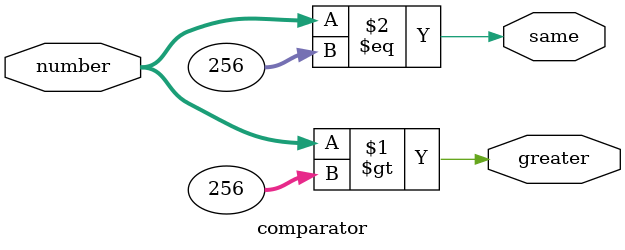
<source format=v>
module comparator #
	(
		parameter integer const	= 256
	)
	(
	input [31:0] number,
	output wire greater,
	output wire same
);
	assign greater = (number>const);
	assign same = (number==const);
endmodule

</source>
